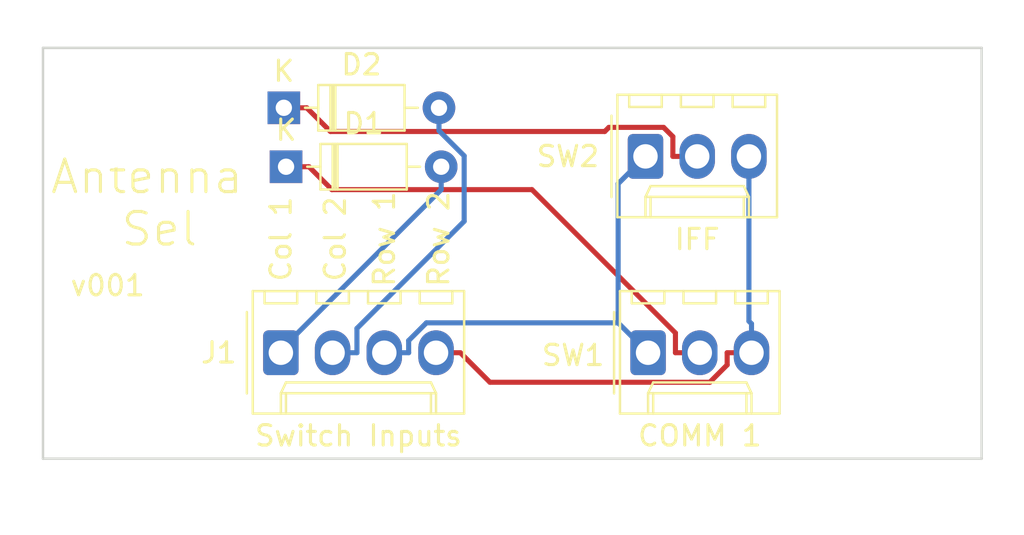
<source format=kicad_pcb>
(kicad_pcb (version 20171130) (host pcbnew "(5.1.5-0-10_14)")

  (general
    (thickness 1.6)
    (drawings 10)
    (tracks 39)
    (zones 0)
    (modules 9)
    (nets 7)
  )

  (page A4)
  (layers
    (0 F.Cu signal)
    (31 B.Cu signal)
    (32 B.Adhes user)
    (33 F.Adhes user)
    (34 B.Paste user)
    (35 F.Paste user)
    (36 B.SilkS user)
    (37 F.SilkS user)
    (38 B.Mask user)
    (39 F.Mask user)
    (40 Dwgs.User user)
    (41 Cmts.User user)
    (42 Eco1.User user)
    (43 Eco2.User user)
    (44 Edge.Cuts user)
    (45 Margin user)
    (46 B.CrtYd user)
    (47 F.CrtYd user)
    (48 B.Fab user)
    (49 F.Fab user)
  )

  (setup
    (last_trace_width 0.25)
    (trace_clearance 0.2)
    (zone_clearance 0.508)
    (zone_45_only no)
    (trace_min 0.2)
    (via_size 0.8)
    (via_drill 0.4)
    (via_min_size 0.4)
    (via_min_drill 0.3)
    (uvia_size 0.3)
    (uvia_drill 0.1)
    (uvias_allowed no)
    (uvia_min_size 0.2)
    (uvia_min_drill 0.1)
    (edge_width 0.05)
    (segment_width 0.2)
    (pcb_text_width 0.3)
    (pcb_text_size 1.5 1.5)
    (mod_edge_width 0.12)
    (mod_text_size 1 1)
    (mod_text_width 0.15)
    (pad_size 1.524 1.524)
    (pad_drill 0.762)
    (pad_to_mask_clearance 0.051)
    (solder_mask_min_width 0.25)
    (aux_axis_origin 0 0)
    (visible_elements FFFFFF7F)
    (pcbplotparams
      (layerselection 0x010fc_ffffffff)
      (usegerberextensions false)
      (usegerberattributes false)
      (usegerberadvancedattributes false)
      (creategerberjobfile false)
      (excludeedgelayer true)
      (linewidth 0.100000)
      (plotframeref false)
      (viasonmask false)
      (mode 1)
      (useauxorigin false)
      (hpglpennumber 1)
      (hpglpenspeed 20)
      (hpglpendiameter 15.000000)
      (psnegative false)
      (psa4output false)
      (plotreference true)
      (plotvalue true)
      (plotinvisibletext false)
      (padsonsilk false)
      (subtractmaskfromsilk false)
      (outputformat 1)
      (mirror false)
      (drillshape 0)
      (scaleselection 1)
      (outputdirectory "manufacturing"))
  )

  (net 0 "")
  (net 1 /Col1)
  (net 2 "Net-(D1-Pad1)")
  (net 3 /Col2)
  (net 4 "Net-(D2-Pad1)")
  (net 5 /Row2)
  (net 6 /Row1)

  (net_class Default "This is the default net class."
    (clearance 0.2)
    (trace_width 0.25)
    (via_dia 0.8)
    (via_drill 0.4)
    (uvia_dia 0.3)
    (uvia_drill 0.1)
    (add_net /Col1)
    (add_net /Col2)
    (add_net /Row1)
    (add_net /Row2)
    (add_net "Net-(D1-Pad1)")
    (add_net "Net-(D2-Pad1)")
  )

  (module MountingHole:MountingHole_4.3mm_M4 (layer F.Cu) (tedit 56D1B4CB) (tstamp 604B0A5F)
    (at 99.05 75.168)
    (descr "Mounting Hole 4.3mm, no annular, M4")
    (tags "mounting hole 4.3mm no annular m4")
    (path /604B47C5)
    (attr virtual)
    (fp_text reference H4 (at 0 -5.3) (layer Dwgs.User)
      (effects (font (size 1 1) (thickness 0.15)))
    )
    (fp_text value MountingHole (at 0 5.3) (layer F.Fab)
      (effects (font (size 1 1) (thickness 0.15)))
    )
    (fp_circle (center 0 0) (end 4.55 0) (layer F.CrtYd) (width 0.05))
    (fp_circle (center 0 0) (end 4.3 0) (layer Cmts.User) (width 0.15))
    (fp_text user %R (at 0.3 0) (layer F.Fab)
      (effects (font (size 1 1) (thickness 0.15)))
    )
    (pad 1 np_thru_hole circle (at 0 0) (size 4.3 4.3) (drill 4.3) (layers *.Cu *.Mask))
  )

  (module MountingHole:MountingHole_4.3mm_M4 (layer F.Cu) (tedit 56D1B4CB) (tstamp 604B0A57)
    (at 99.05 89.168)
    (descr "Mounting Hole 4.3mm, no annular, M4")
    (tags "mounting hole 4.3mm no annular m4")
    (path /604B41E2)
    (attr virtual)
    (fp_text reference H3 (at 0 -5.3) (layer Dwgs.User)
      (effects (font (size 1 1) (thickness 0.15)))
    )
    (fp_text value MountingHole (at 0 5.3) (layer F.Fab)
      (effects (font (size 1 1) (thickness 0.15)))
    )
    (fp_circle (center 0 0) (end 4.55 0) (layer F.CrtYd) (width 0.05))
    (fp_circle (center 0 0) (end 4.3 0) (layer Cmts.User) (width 0.15))
    (fp_text user %R (at 0.3 0) (layer F.Fab)
      (effects (font (size 1 1) (thickness 0.15)))
    )
    (pad 1 np_thru_hole circle (at 0 0) (size 4.3 4.3) (drill 4.3) (layers *.Cu *.Mask))
  )

  (module MountingHole:MountingHole_4.3mm_M4 (layer F.Cu) (tedit 56D1B4CB) (tstamp 604B0A4F)
    (at 139.05 87.668)
    (descr "Mounting Hole 4.3mm, no annular, M4")
    (tags "mounting hole 4.3mm no annular m4")
    (path /604B3D60)
    (attr virtual)
    (fp_text reference H2 (at 0 -5.3) (layer Dwgs.User)
      (effects (font (size 1 1) (thickness 0.15)))
    )
    (fp_text value MountingHole (at 0 5.3) (layer F.Fab)
      (effects (font (size 1 1) (thickness 0.15)))
    )
    (fp_circle (center 0 0) (end 4.55 0) (layer F.CrtYd) (width 0.05))
    (fp_circle (center 0 0) (end 4.3 0) (layer Cmts.User) (width 0.15))
    (fp_text user %R (at 0.3 0) (layer F.Fab)
      (effects (font (size 1 1) (thickness 0.15)))
    )
    (pad 1 np_thru_hole circle (at 0 0) (size 4.3 4.3) (drill 4.3) (layers *.Cu *.Mask))
  )

  (module MountingHole:MountingHole_4.3mm_M4 (layer F.Cu) (tedit 56D1B4CB) (tstamp 604B0EF2)
    (at 139.05 75.168)
    (descr "Mounting Hole 4.3mm, no annular, M4")
    (tags "mounting hole 4.3mm no annular m4")
    (path /604B39F1)
    (attr virtual)
    (fp_text reference H1 (at 0 -5.3) (layer Dwgs.User)
      (effects (font (size 1 1) (thickness 0.15)))
    )
    (fp_text value MountingHole (at 0 5.3) (layer F.Fab)
      (effects (font (size 1 1) (thickness 0.15)))
    )
    (fp_circle (center 0 0) (end 4.55 0) (layer F.CrtYd) (width 0.05))
    (fp_circle (center 0 0) (end 4.3 0) (layer Cmts.User) (width 0.15))
    (fp_text user %R (at 0.3 0) (layer F.Fab)
      (effects (font (size 1 1) (thickness 0.15)))
    )
    (pad 1 np_thru_hole circle (at 0 0) (size 4.3 4.3) (drill 4.3) (layers *.Cu *.Mask))
  )

  (module PT_Library_v001:Molex_1x03_P2.54mm_Vertical (layer F.Cu) (tedit 5B78013E) (tstamp 604B0574)
    (at 125.603 76.708)
    (descr "Molex KK-254 Interconnect System, old/engineering part number: AE-6410-03A example for new part number: 22-27-2031, 3 Pins (http://www.molex.com/pdm_docs/sd/022272021_sd.pdf), generated with kicad-footprint-generator")
    (tags "connector Molex KK-254 side entry")
    (path /5FC89815)
    (fp_text reference SW2 (at -3.81 0) (layer F.SilkS)
      (effects (font (size 1 1) (thickness 0.15)))
    )
    (fp_text value IFF (at 2.54 4.08) (layer F.SilkS)
      (effects (font (size 1 1) (thickness 0.15)))
    )
    (fp_text user %R (at 2.54 -2.22) (layer F.Fab)
      (effects (font (size 1 1) (thickness 0.15)))
    )
    (fp_line (start 6.85 -3.42) (end -1.77 -3.42) (layer F.CrtYd) (width 0.05))
    (fp_line (start 6.85 3.38) (end 6.85 -3.42) (layer F.CrtYd) (width 0.05))
    (fp_line (start -1.77 3.38) (end 6.85 3.38) (layer F.CrtYd) (width 0.05))
    (fp_line (start -1.77 -3.42) (end -1.77 3.38) (layer F.CrtYd) (width 0.05))
    (fp_line (start 5.88 -2.43) (end 5.88 -3.03) (layer F.SilkS) (width 0.12))
    (fp_line (start 4.28 -2.43) (end 5.88 -2.43) (layer F.SilkS) (width 0.12))
    (fp_line (start 4.28 -3.03) (end 4.28 -2.43) (layer F.SilkS) (width 0.12))
    (fp_line (start 3.34 -2.43) (end 3.34 -3.03) (layer F.SilkS) (width 0.12))
    (fp_line (start 1.74 -2.43) (end 3.34 -2.43) (layer F.SilkS) (width 0.12))
    (fp_line (start 1.74 -3.03) (end 1.74 -2.43) (layer F.SilkS) (width 0.12))
    (fp_line (start 0.8 -2.43) (end 0.8 -3.03) (layer F.SilkS) (width 0.12))
    (fp_line (start -0.8 -2.43) (end 0.8 -2.43) (layer F.SilkS) (width 0.12))
    (fp_line (start -0.8 -3.03) (end -0.8 -2.43) (layer F.SilkS) (width 0.12))
    (fp_line (start 4.83 2.99) (end 4.83 1.99) (layer F.SilkS) (width 0.12))
    (fp_line (start 0.25 2.99) (end 0.25 1.99) (layer F.SilkS) (width 0.12))
    (fp_line (start 4.83 1.46) (end 5.08 1.99) (layer F.SilkS) (width 0.12))
    (fp_line (start 0.25 1.46) (end 4.83 1.46) (layer F.SilkS) (width 0.12))
    (fp_line (start 0 1.99) (end 0.25 1.46) (layer F.SilkS) (width 0.12))
    (fp_line (start 5.08 1.99) (end 5.08 2.99) (layer F.SilkS) (width 0.12))
    (fp_line (start 0 1.99) (end 5.08 1.99) (layer F.SilkS) (width 0.12))
    (fp_line (start 0 2.99) (end 0 1.99) (layer F.SilkS) (width 0.12))
    (fp_line (start -0.562893 0) (end -1.27 0.5) (layer F.Fab) (width 0.1))
    (fp_line (start -1.27 -0.5) (end -0.562893 0) (layer F.Fab) (width 0.1))
    (fp_line (start -1.67 -2) (end -1.67 2) (layer F.SilkS) (width 0.12))
    (fp_line (start 6.46 -3.03) (end -1.38 -3.03) (layer F.SilkS) (width 0.12))
    (fp_line (start 6.46 2.99) (end 6.46 -3.03) (layer F.SilkS) (width 0.12))
    (fp_line (start -1.38 2.99) (end 6.46 2.99) (layer F.SilkS) (width 0.12))
    (fp_line (start -1.38 -3.03) (end -1.38 2.99) (layer F.SilkS) (width 0.12))
    (fp_line (start 6.35 -2.92) (end -1.27 -2.92) (layer F.Fab) (width 0.1))
    (fp_line (start 6.35 2.88) (end 6.35 -2.92) (layer F.Fab) (width 0.1))
    (fp_line (start -1.27 2.88) (end 6.35 2.88) (layer F.Fab) (width 0.1))
    (fp_line (start -1.27 -2.92) (end -1.27 2.88) (layer F.Fab) (width 0.1))
    (pad 3 thru_hole oval (at 5.08 0) (size 1.74 2.2) (drill 1.2) (layers *.Cu *.Mask)
      (net 5 /Row2))
    (pad 2 thru_hole oval (at 2.54 0) (size 1.74 2.2) (drill 1.2) (layers *.Cu *.Mask)
      (net 4 "Net-(D2-Pad1)"))
    (pad 1 thru_hole roundrect (at 0 0) (size 1.74 2.2) (drill 1.2) (layers *.Cu *.Mask) (roundrect_rratio 0.143678)
      (net 6 /Row1))
    (model ${KISYS3DMOD}/Connector_Molex.3dshapes/Molex_KK-254_AE-6410-03A_1x03_P2.54mm_Vertical.wrl
      (at (xyz 0 0 0))
      (scale (xyz 1 1 1))
      (rotate (xyz 0 0 0))
    )
  )

  (module PT_Library_v001:Molex_1x03_P2.54mm_Vertical (layer F.Cu) (tedit 5B78013E) (tstamp 604B054C)
    (at 125.73 86.36)
    (descr "Molex KK-254 Interconnect System, old/engineering part number: AE-6410-03A example for new part number: 22-27-2031, 3 Pins (http://www.molex.com/pdm_docs/sd/022272021_sd.pdf), generated with kicad-footprint-generator")
    (tags "connector Molex KK-254 side entry")
    (path /5FC1E955)
    (fp_text reference SW1 (at -3.683 0.127) (layer F.SilkS)
      (effects (font (size 1 1) (thickness 0.15)))
    )
    (fp_text value "COMM 1" (at 2.54 4.08) (layer F.SilkS)
      (effects (font (size 1 1) (thickness 0.15)))
    )
    (fp_text user %R (at 2.54 -2.22) (layer F.Fab)
      (effects (font (size 1 1) (thickness 0.15)))
    )
    (fp_line (start 6.85 -3.42) (end -1.77 -3.42) (layer F.CrtYd) (width 0.05))
    (fp_line (start 6.85 3.38) (end 6.85 -3.42) (layer F.CrtYd) (width 0.05))
    (fp_line (start -1.77 3.38) (end 6.85 3.38) (layer F.CrtYd) (width 0.05))
    (fp_line (start -1.77 -3.42) (end -1.77 3.38) (layer F.CrtYd) (width 0.05))
    (fp_line (start 5.88 -2.43) (end 5.88 -3.03) (layer F.SilkS) (width 0.12))
    (fp_line (start 4.28 -2.43) (end 5.88 -2.43) (layer F.SilkS) (width 0.12))
    (fp_line (start 4.28 -3.03) (end 4.28 -2.43) (layer F.SilkS) (width 0.12))
    (fp_line (start 3.34 -2.43) (end 3.34 -3.03) (layer F.SilkS) (width 0.12))
    (fp_line (start 1.74 -2.43) (end 3.34 -2.43) (layer F.SilkS) (width 0.12))
    (fp_line (start 1.74 -3.03) (end 1.74 -2.43) (layer F.SilkS) (width 0.12))
    (fp_line (start 0.8 -2.43) (end 0.8 -3.03) (layer F.SilkS) (width 0.12))
    (fp_line (start -0.8 -2.43) (end 0.8 -2.43) (layer F.SilkS) (width 0.12))
    (fp_line (start -0.8 -3.03) (end -0.8 -2.43) (layer F.SilkS) (width 0.12))
    (fp_line (start 4.83 2.99) (end 4.83 1.99) (layer F.SilkS) (width 0.12))
    (fp_line (start 0.25 2.99) (end 0.25 1.99) (layer F.SilkS) (width 0.12))
    (fp_line (start 4.83 1.46) (end 5.08 1.99) (layer F.SilkS) (width 0.12))
    (fp_line (start 0.25 1.46) (end 4.83 1.46) (layer F.SilkS) (width 0.12))
    (fp_line (start 0 1.99) (end 0.25 1.46) (layer F.SilkS) (width 0.12))
    (fp_line (start 5.08 1.99) (end 5.08 2.99) (layer F.SilkS) (width 0.12))
    (fp_line (start 0 1.99) (end 5.08 1.99) (layer F.SilkS) (width 0.12))
    (fp_line (start 0 2.99) (end 0 1.99) (layer F.SilkS) (width 0.12))
    (fp_line (start -0.562893 0) (end -1.27 0.5) (layer F.Fab) (width 0.1))
    (fp_line (start -1.27 -0.5) (end -0.562893 0) (layer F.Fab) (width 0.1))
    (fp_line (start -1.67 -2) (end -1.67 2) (layer F.SilkS) (width 0.12))
    (fp_line (start 6.46 -3.03) (end -1.38 -3.03) (layer F.SilkS) (width 0.12))
    (fp_line (start 6.46 2.99) (end 6.46 -3.03) (layer F.SilkS) (width 0.12))
    (fp_line (start -1.38 2.99) (end 6.46 2.99) (layer F.SilkS) (width 0.12))
    (fp_line (start -1.38 -3.03) (end -1.38 2.99) (layer F.SilkS) (width 0.12))
    (fp_line (start 6.35 -2.92) (end -1.27 -2.92) (layer F.Fab) (width 0.1))
    (fp_line (start 6.35 2.88) (end 6.35 -2.92) (layer F.Fab) (width 0.1))
    (fp_line (start -1.27 2.88) (end 6.35 2.88) (layer F.Fab) (width 0.1))
    (fp_line (start -1.27 -2.92) (end -1.27 2.88) (layer F.Fab) (width 0.1))
    (pad 3 thru_hole oval (at 5.08 0) (size 1.74 2.2) (drill 1.2) (layers *.Cu *.Mask)
      (net 5 /Row2))
    (pad 2 thru_hole oval (at 2.54 0) (size 1.74 2.2) (drill 1.2) (layers *.Cu *.Mask)
      (net 2 "Net-(D1-Pad1)"))
    (pad 1 thru_hole roundrect (at 0 0) (size 1.74 2.2) (drill 1.2) (layers *.Cu *.Mask) (roundrect_rratio 0.143678)
      (net 6 /Row1))
    (model ${KISYS3DMOD}/Connector_Molex.3dshapes/Molex_KK-254_AE-6410-03A_1x03_P2.54mm_Vertical.wrl
      (at (xyz 0 0 0))
      (scale (xyz 1 1 1))
      (rotate (xyz 0 0 0))
    )
  )

  (module PT_Library_v001:Molex_1x04_P2.54mm_Vertical (layer F.Cu) (tedit 5B78013E) (tstamp 604B0524)
    (at 107.696 86.36)
    (descr "Molex KK-254 Interconnect System, old/engineering part number: AE-6410-04A example for new part number: 22-27-2041, 4 Pins (http://www.molex.com/pdm_docs/sd/022272021_sd.pdf), generated with kicad-footprint-generator")
    (tags "connector Molex KK-254 side entry")
    (path /5FC8A0E7)
    (fp_text reference J1 (at -3.048 0) (layer F.SilkS)
      (effects (font (size 1 1) (thickness 0.15)))
    )
    (fp_text value "Switch Inputs" (at 3.81 4.08) (layer F.SilkS)
      (effects (font (size 1 1) (thickness 0.15)))
    )
    (fp_text user %R (at 3.81 -2.22) (layer F.Fab)
      (effects (font (size 1 1) (thickness 0.15)))
    )
    (fp_line (start 9.39 -3.42) (end -1.77 -3.42) (layer F.CrtYd) (width 0.05))
    (fp_line (start 9.39 3.38) (end 9.39 -3.42) (layer F.CrtYd) (width 0.05))
    (fp_line (start -1.77 3.38) (end 9.39 3.38) (layer F.CrtYd) (width 0.05))
    (fp_line (start -1.77 -3.42) (end -1.77 3.38) (layer F.CrtYd) (width 0.05))
    (fp_line (start 8.42 -2.43) (end 8.42 -3.03) (layer F.SilkS) (width 0.12))
    (fp_line (start 6.82 -2.43) (end 8.42 -2.43) (layer F.SilkS) (width 0.12))
    (fp_line (start 6.82 -3.03) (end 6.82 -2.43) (layer F.SilkS) (width 0.12))
    (fp_line (start 5.88 -2.43) (end 5.88 -3.03) (layer F.SilkS) (width 0.12))
    (fp_line (start 4.28 -2.43) (end 5.88 -2.43) (layer F.SilkS) (width 0.12))
    (fp_line (start 4.28 -3.03) (end 4.28 -2.43) (layer F.SilkS) (width 0.12))
    (fp_line (start 3.34 -2.43) (end 3.34 -3.03) (layer F.SilkS) (width 0.12))
    (fp_line (start 1.74 -2.43) (end 3.34 -2.43) (layer F.SilkS) (width 0.12))
    (fp_line (start 1.74 -3.03) (end 1.74 -2.43) (layer F.SilkS) (width 0.12))
    (fp_line (start 0.8 -2.43) (end 0.8 -3.03) (layer F.SilkS) (width 0.12))
    (fp_line (start -0.8 -2.43) (end 0.8 -2.43) (layer F.SilkS) (width 0.12))
    (fp_line (start -0.8 -3.03) (end -0.8 -2.43) (layer F.SilkS) (width 0.12))
    (fp_line (start 7.37 2.99) (end 7.37 1.99) (layer F.SilkS) (width 0.12))
    (fp_line (start 0.25 2.99) (end 0.25 1.99) (layer F.SilkS) (width 0.12))
    (fp_line (start 7.37 1.46) (end 7.62 1.99) (layer F.SilkS) (width 0.12))
    (fp_line (start 0.25 1.46) (end 7.37 1.46) (layer F.SilkS) (width 0.12))
    (fp_line (start 0 1.99) (end 0.25 1.46) (layer F.SilkS) (width 0.12))
    (fp_line (start 7.62 1.99) (end 7.62 2.99) (layer F.SilkS) (width 0.12))
    (fp_line (start 0 1.99) (end 7.62 1.99) (layer F.SilkS) (width 0.12))
    (fp_line (start 0 2.99) (end 0 1.99) (layer F.SilkS) (width 0.12))
    (fp_line (start -0.562893 0) (end -1.27 0.5) (layer F.Fab) (width 0.1))
    (fp_line (start -1.27 -0.5) (end -0.562893 0) (layer F.Fab) (width 0.1))
    (fp_line (start -1.67 -2) (end -1.67 2) (layer F.SilkS) (width 0.12))
    (fp_line (start 9 -3.03) (end -1.38 -3.03) (layer F.SilkS) (width 0.12))
    (fp_line (start 9 2.99) (end 9 -3.03) (layer F.SilkS) (width 0.12))
    (fp_line (start -1.38 2.99) (end 9 2.99) (layer F.SilkS) (width 0.12))
    (fp_line (start -1.38 -3.03) (end -1.38 2.99) (layer F.SilkS) (width 0.12))
    (fp_line (start 8.89 -2.92) (end -1.27 -2.92) (layer F.Fab) (width 0.1))
    (fp_line (start 8.89 2.88) (end 8.89 -2.92) (layer F.Fab) (width 0.1))
    (fp_line (start -1.27 2.88) (end 8.89 2.88) (layer F.Fab) (width 0.1))
    (fp_line (start -1.27 -2.92) (end -1.27 2.88) (layer F.Fab) (width 0.1))
    (pad 4 thru_hole oval (at 7.62 0) (size 1.74 2.2) (drill 1.2) (layers *.Cu *.Mask)
      (net 5 /Row2))
    (pad 3 thru_hole oval (at 5.08 0) (size 1.74 2.2) (drill 1.2) (layers *.Cu *.Mask)
      (net 6 /Row1))
    (pad 2 thru_hole oval (at 2.54 0) (size 1.74 2.2) (drill 1.2) (layers *.Cu *.Mask)
      (net 3 /Col2))
    (pad 1 thru_hole roundrect (at 0 0) (size 1.74 2.2) (drill 1.2) (layers *.Cu *.Mask) (roundrect_rratio 0.143678)
      (net 1 /Col1))
    (model ${KISYS3DMOD}/Connector_Molex.3dshapes/Molex_KK-254_AE-6410-04A_1x04_P2.54mm_Vertical.wrl
      (at (xyz 0 0 0))
      (scale (xyz 1 1 1))
      (rotate (xyz 0 0 0))
    )
  )

  (module PT_Library_v001:D_Signal_P7.62mm_Horizontal (layer F.Cu) (tedit 5AE50CD5) (tstamp 604B04F8)
    (at 107.841 74.319)
    (descr "Diode, DO-35_SOD27 series, Axial, Horizontal, pin pitch=7.62mm, , length*diameter=4*2mm^2, , http://www.diodes.com/_files/packages/DO-35.pdf")
    (tags "Diode DO-35_SOD27 series Axial Horizontal pin pitch 7.62mm  length 4mm diameter 2mm")
    (path /5FC8B6A5)
    (fp_text reference D2 (at 3.81 -2.12) (layer F.SilkS)
      (effects (font (size 1 1) (thickness 0.15)))
    )
    (fp_text value D (at 3.81 2.12) (layer F.Fab)
      (effects (font (size 1 1) (thickness 0.15)))
    )
    (fp_text user K (at 0 -1.8) (layer F.SilkS)
      (effects (font (size 1 1) (thickness 0.15)))
    )
    (fp_text user K (at 0 -1.8) (layer F.Fab)
      (effects (font (size 1 1) (thickness 0.15)))
    )
    (fp_text user %R (at 4.11 0) (layer F.Fab)
      (effects (font (size 0.8 0.8) (thickness 0.12)))
    )
    (fp_line (start 8.67 -1.25) (end -1.05 -1.25) (layer F.CrtYd) (width 0.05))
    (fp_line (start 8.67 1.25) (end 8.67 -1.25) (layer F.CrtYd) (width 0.05))
    (fp_line (start -1.05 1.25) (end 8.67 1.25) (layer F.CrtYd) (width 0.05))
    (fp_line (start -1.05 -1.25) (end -1.05 1.25) (layer F.CrtYd) (width 0.05))
    (fp_line (start 2.29 -1.12) (end 2.29 1.12) (layer F.SilkS) (width 0.12))
    (fp_line (start 2.53 -1.12) (end 2.53 1.12) (layer F.SilkS) (width 0.12))
    (fp_line (start 2.41 -1.12) (end 2.41 1.12) (layer F.SilkS) (width 0.12))
    (fp_line (start 6.58 0) (end 5.93 0) (layer F.SilkS) (width 0.12))
    (fp_line (start 1.04 0) (end 1.69 0) (layer F.SilkS) (width 0.12))
    (fp_line (start 5.93 -1.12) (end 1.69 -1.12) (layer F.SilkS) (width 0.12))
    (fp_line (start 5.93 1.12) (end 5.93 -1.12) (layer F.SilkS) (width 0.12))
    (fp_line (start 1.69 1.12) (end 5.93 1.12) (layer F.SilkS) (width 0.12))
    (fp_line (start 1.69 -1.12) (end 1.69 1.12) (layer F.SilkS) (width 0.12))
    (fp_line (start 2.31 -1) (end 2.31 1) (layer F.Fab) (width 0.1))
    (fp_line (start 2.51 -1) (end 2.51 1) (layer F.Fab) (width 0.1))
    (fp_line (start 2.41 -1) (end 2.41 1) (layer F.Fab) (width 0.1))
    (fp_line (start 7.62 0) (end 5.81 0) (layer F.Fab) (width 0.1))
    (fp_line (start 0 0) (end 1.81 0) (layer F.Fab) (width 0.1))
    (fp_line (start 5.81 -1) (end 1.81 -1) (layer F.Fab) (width 0.1))
    (fp_line (start 5.81 1) (end 5.81 -1) (layer F.Fab) (width 0.1))
    (fp_line (start 1.81 1) (end 5.81 1) (layer F.Fab) (width 0.1))
    (fp_line (start 1.81 -1) (end 1.81 1) (layer F.Fab) (width 0.1))
    (pad 2 thru_hole oval (at 7.62 0) (size 1.6 1.6) (drill 0.8) (layers *.Cu *.Mask)
      (net 3 /Col2))
    (pad 1 thru_hole rect (at 0 0) (size 1.6 1.6) (drill 0.8) (layers *.Cu *.Mask)
      (net 4 "Net-(D2-Pad1)"))
    (model ${KISYS3DMOD}/Diode_THT.3dshapes/D_DO-35_SOD27_P7.62mm_Horizontal.wrl
      (at (xyz 0 0 0))
      (scale (xyz 1 1 1))
      (rotate (xyz 0 0 0))
    )
  )

  (module PT_Library_v001:D_Signal_P7.62mm_Horizontal (layer F.Cu) (tedit 5AE50CD5) (tstamp 604B04D9)
    (at 107.95 77.216)
    (descr "Diode, DO-35_SOD27 series, Axial, Horizontal, pin pitch=7.62mm, , length*diameter=4*2mm^2, , http://www.diodes.com/_files/packages/DO-35.pdf")
    (tags "Diode DO-35_SOD27 series Axial Horizontal pin pitch 7.62mm  length 4mm diameter 2mm")
    (path /5FC2589C)
    (fp_text reference D1 (at 3.81 -2.12) (layer F.SilkS)
      (effects (font (size 1 1) (thickness 0.15)))
    )
    (fp_text value D (at 3.81 2.12) (layer F.Fab)
      (effects (font (size 1 1) (thickness 0.15)))
    )
    (fp_text user K (at 0 -1.8) (layer F.SilkS)
      (effects (font (size 1 1) (thickness 0.15)))
    )
    (fp_text user K (at 0 -1.8) (layer F.Fab)
      (effects (font (size 1 1) (thickness 0.15)))
    )
    (fp_text user %R (at 4.11 0) (layer F.Fab)
      (effects (font (size 0.8 0.8) (thickness 0.12)))
    )
    (fp_line (start 8.67 -1.25) (end -1.05 -1.25) (layer F.CrtYd) (width 0.05))
    (fp_line (start 8.67 1.25) (end 8.67 -1.25) (layer F.CrtYd) (width 0.05))
    (fp_line (start -1.05 1.25) (end 8.67 1.25) (layer F.CrtYd) (width 0.05))
    (fp_line (start -1.05 -1.25) (end -1.05 1.25) (layer F.CrtYd) (width 0.05))
    (fp_line (start 2.29 -1.12) (end 2.29 1.12) (layer F.SilkS) (width 0.12))
    (fp_line (start 2.53 -1.12) (end 2.53 1.12) (layer F.SilkS) (width 0.12))
    (fp_line (start 2.41 -1.12) (end 2.41 1.12) (layer F.SilkS) (width 0.12))
    (fp_line (start 6.58 0) (end 5.93 0) (layer F.SilkS) (width 0.12))
    (fp_line (start 1.04 0) (end 1.69 0) (layer F.SilkS) (width 0.12))
    (fp_line (start 5.93 -1.12) (end 1.69 -1.12) (layer F.SilkS) (width 0.12))
    (fp_line (start 5.93 1.12) (end 5.93 -1.12) (layer F.SilkS) (width 0.12))
    (fp_line (start 1.69 1.12) (end 5.93 1.12) (layer F.SilkS) (width 0.12))
    (fp_line (start 1.69 -1.12) (end 1.69 1.12) (layer F.SilkS) (width 0.12))
    (fp_line (start 2.31 -1) (end 2.31 1) (layer F.Fab) (width 0.1))
    (fp_line (start 2.51 -1) (end 2.51 1) (layer F.Fab) (width 0.1))
    (fp_line (start 2.41 -1) (end 2.41 1) (layer F.Fab) (width 0.1))
    (fp_line (start 7.62 0) (end 5.81 0) (layer F.Fab) (width 0.1))
    (fp_line (start 0 0) (end 1.81 0) (layer F.Fab) (width 0.1))
    (fp_line (start 5.81 -1) (end 1.81 -1) (layer F.Fab) (width 0.1))
    (fp_line (start 5.81 1) (end 5.81 -1) (layer F.Fab) (width 0.1))
    (fp_line (start 1.81 1) (end 5.81 1) (layer F.Fab) (width 0.1))
    (fp_line (start 1.81 -1) (end 1.81 1) (layer F.Fab) (width 0.1))
    (pad 2 thru_hole oval (at 7.62 0) (size 1.6 1.6) (drill 0.8) (layers *.Cu *.Mask)
      (net 1 /Col1))
    (pad 1 thru_hole rect (at 0 0) (size 1.6 1.6) (drill 0.8) (layers *.Cu *.Mask)
      (net 2 "Net-(D1-Pad1)"))
    (model ${KISYS3DMOD}/Diode_THT.3dshapes/D_DO-35_SOD27_P7.62mm_Horizontal.wrl
      (at (xyz 0 0 0))
      (scale (xyz 1 1 1))
      (rotate (xyz 0 0 0))
    )
  )

  (gr_text v001 (at 99.187 83.058) (layer F.SilkS)
    (effects (font (size 1 1) (thickness 0.15)))
  )
  (gr_text "Antenna \nSel" (at 101.727 78.994) (layer F.SilkS)
    (effects (font (size 1.6 1.6) (thickness 0.15)))
  )
  (gr_text "Row 2" (at 115.443 80.772 90) (layer F.SilkS) (tstamp 604B13AE)
    (effects (font (size 1 1) (thickness 0.15)))
  )
  (gr_text "Row 1" (at 112.776 80.772 90) (layer F.SilkS) (tstamp 604B13AC)
    (effects (font (size 1 1) (thickness 0.15)))
  )
  (gr_text "Col 2" (at 110.363 80.772 90) (layer F.SilkS) (tstamp 604B13AA)
    (effects (font (size 1 1) (thickness 0.15)))
  )
  (gr_text "Col 1" (at 107.696 80.772 90) (layer F.SilkS)
    (effects (font (size 1 1) (thickness 0.15)))
  )
  (gr_line (start 96.012 71.374) (end 96.012 91.567) (layer Edge.Cuts) (width 0.12))
  (gr_line (start 142.113 91.567) (end 96.012 91.567) (layer Edge.Cuts) (width 0.12))
  (gr_line (start 142.113 71.374) (end 142.113 91.567) (layer Edge.Cuts) (width 0.12))
  (gr_line (start 96.012 71.374) (end 142.113 71.374) (layer Edge.Cuts) (width 0.12))

  (segment (start 115.57 77.216) (end 115.57 78.3413) (width 0.25) (layer B.Cu) (net 1))
  (segment (start 115.57 78.3413) (end 107.696 86.2153) (width 0.25) (layer B.Cu) (net 1))
  (segment (start 107.696 86.2153) (end 107.696 86.36) (width 0.25) (layer B.Cu) (net 1))
  (segment (start 107.95 77.216) (end 109.0753 77.216) (width 0.25) (layer F.Cu) (net 2))
  (segment (start 128.27 86.36) (end 127.0747 86.36) (width 0.25) (layer F.Cu) (net 2))
  (segment (start 127.0747 86.36) (end 127.0747 85.3888) (width 0.25) (layer F.Cu) (net 2))
  (segment (start 127.0747 85.3888) (end 120.0272 78.3413) (width 0.25) (layer F.Cu) (net 2))
  (segment (start 120.0272 78.3413) (end 110.2006 78.3413) (width 0.25) (layer F.Cu) (net 2))
  (segment (start 110.2006 78.3413) (end 109.0753 77.216) (width 0.25) (layer F.Cu) (net 2))
  (segment (start 110.236 86.36) (end 111.4313 86.36) (width 0.25) (layer B.Cu) (net 3))
  (segment (start 115.461 74.319) (end 115.461 75.4443) (width 0.25) (layer B.Cu) (net 3))
  (segment (start 115.461 75.4443) (end 116.6979 76.6812) (width 0.25) (layer B.Cu) (net 3))
  (segment (start 116.6979 76.6812) (end 116.6979 79.8981) (width 0.25) (layer B.Cu) (net 3))
  (segment (start 116.6979 79.8981) (end 111.4313 85.1647) (width 0.25) (layer B.Cu) (net 3))
  (segment (start 111.4313 85.1647) (end 111.4313 86.36) (width 0.25) (layer B.Cu) (net 3))
  (segment (start 128.143 76.708) (end 126.9477 76.708) (width 0.25) (layer F.Cu) (net 4))
  (segment (start 107.841 74.319) (end 108.9663 74.319) (width 0.25) (layer F.Cu) (net 4))
  (segment (start 108.9663 74.319) (end 110.1311 75.4838) (width 0.25) (layer F.Cu) (net 4))
  (segment (start 110.1311 75.4838) (end 123.6021 75.4838) (width 0.25) (layer F.Cu) (net 4))
  (segment (start 123.6021 75.4838) (end 123.8051 75.2808) (width 0.25) (layer F.Cu) (net 4))
  (segment (start 123.8051 75.2808) (end 126.4917 75.2808) (width 0.25) (layer F.Cu) (net 4))
  (segment (start 126.4917 75.2808) (end 126.9477 75.7368) (width 0.25) (layer F.Cu) (net 4))
  (segment (start 126.9477 75.7368) (end 126.9477 76.708) (width 0.25) (layer F.Cu) (net 4))
  (segment (start 130.81 86.36) (end 130.81 84.9347) (width 0.25) (layer B.Cu) (net 5))
  (segment (start 130.81 84.9347) (end 130.683 84.8077) (width 0.25) (layer B.Cu) (net 5))
  (segment (start 130.683 84.8077) (end 130.683 76.708) (width 0.25) (layer B.Cu) (net 5))
  (segment (start 130.81 86.36) (end 129.6147 86.36) (width 0.25) (layer F.Cu) (net 5))
  (segment (start 115.316 86.36) (end 116.5113 86.36) (width 0.25) (layer F.Cu) (net 5))
  (segment (start 116.5113 86.36) (end 117.9621 87.8108) (width 0.25) (layer F.Cu) (net 5))
  (segment (start 117.9621 87.8108) (end 128.7615 87.8108) (width 0.25) (layer F.Cu) (net 5))
  (segment (start 128.7615 87.8108) (end 129.6147 86.9576) (width 0.25) (layer F.Cu) (net 5))
  (segment (start 129.6147 86.9576) (end 129.6147 86.36) (width 0.25) (layer F.Cu) (net 5))
  (segment (start 124.2611 84.8911) (end 125.73 86.36) (width 0.25) (layer B.Cu) (net 6))
  (segment (start 113.9713 86.36) (end 113.9713 85.7623) (width 0.25) (layer B.Cu) (net 6))
  (segment (start 113.9713 85.7623) (end 114.8425 84.8911) (width 0.25) (layer B.Cu) (net 6))
  (segment (start 114.8425 84.8911) (end 124.2611 84.8911) (width 0.25) (layer B.Cu) (net 6))
  (segment (start 124.2611 84.8911) (end 124.2611 78.0499) (width 0.25) (layer B.Cu) (net 6))
  (segment (start 124.2611 78.0499) (end 125.603 76.708) (width 0.25) (layer B.Cu) (net 6))
  (segment (start 112.776 86.36) (end 113.9713 86.36) (width 0.25) (layer B.Cu) (net 6))

)

</source>
